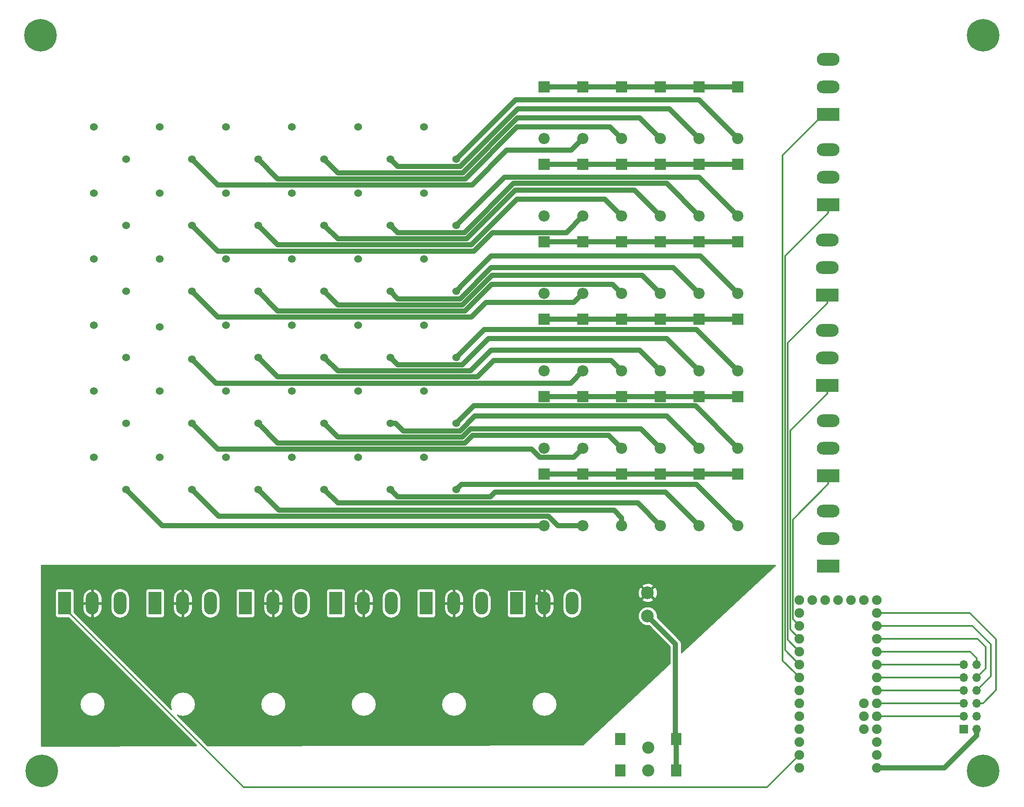
<source format=gbr>
G04 #@! TF.FileFunction,Copper,L2,Bot,Signal*
%FSLAX46Y46*%
G04 Gerber Fmt 4.6, Leading zero omitted, Abs format (unit mm)*
G04 Created by KiCad (PCBNEW 4.0.6) date 05/18/18 15:11:36*
%MOMM*%
%LPD*%
G01*
G04 APERTURE LIST*
%ADD10C,0.100000*%
%ADD11R,2.200000X2.200000*%
%ADD12O,2.200000X2.200000*%
%ADD13C,1.524000*%
%ADD14C,2.400000*%
%ADD15R,2.000000X2.400000*%
%ADD16R,1.700000X1.700000*%
%ADD17O,1.700000X1.700000*%
%ADD18C,6.400000*%
%ADD19C,1.900000*%
%ADD20R,4.500000X2.500000*%
%ADD21O,4.500000X2.500000*%
%ADD22R,2.500000X4.500000*%
%ADD23O,2.500000X4.500000*%
%ADD24C,2.500000*%
%ADD25C,0.600000*%
%ADD26C,1.000000*%
%ADD27C,0.300000*%
%ADD28C,0.254000*%
G04 APERTURE END LIST*
D10*
D11*
X124460000Y-27940000D03*
D12*
X124460000Y-38100000D03*
D11*
X132080000Y-27940000D03*
D12*
X132080000Y-38100000D03*
D11*
X139700000Y-27940000D03*
D12*
X139700000Y-38100000D03*
D11*
X147320000Y-27940000D03*
D12*
X147320000Y-38100000D03*
D11*
X154940000Y-27940000D03*
D12*
X154940000Y-38100000D03*
D11*
X162560000Y-27940000D03*
D12*
X162560000Y-38100000D03*
D11*
X124460000Y-43180000D03*
D12*
X124460000Y-53340000D03*
D11*
X132080000Y-43180000D03*
D12*
X132080000Y-53340000D03*
D11*
X139700000Y-43180000D03*
D12*
X139700000Y-53340000D03*
D11*
X147320000Y-43180000D03*
D12*
X147320000Y-53340000D03*
D11*
X154940000Y-43180000D03*
D12*
X154940000Y-53340000D03*
D11*
X162560000Y-43180000D03*
D12*
X162560000Y-53340000D03*
D11*
X124460000Y-58420000D03*
D12*
X124460000Y-68580000D03*
D11*
X132080000Y-58420000D03*
D12*
X132080000Y-68580000D03*
D11*
X139700000Y-58420000D03*
D12*
X139700000Y-68580000D03*
D11*
X147320000Y-58420000D03*
D12*
X147320000Y-68580000D03*
D11*
X154940000Y-58420000D03*
D12*
X154940000Y-68580000D03*
D11*
X162560000Y-58420000D03*
D12*
X162560000Y-68580000D03*
D11*
X124460000Y-73660000D03*
D12*
X124460000Y-83820000D03*
D11*
X132080000Y-73660000D03*
D12*
X132080000Y-83820000D03*
D11*
X139700000Y-73660000D03*
D12*
X139700000Y-83820000D03*
D11*
X147320000Y-73660000D03*
D12*
X147320000Y-83820000D03*
D11*
X154940000Y-73660000D03*
D12*
X154940000Y-83820000D03*
D11*
X162560000Y-73660000D03*
D12*
X162560000Y-83820000D03*
D11*
X124460000Y-88900000D03*
D12*
X124460000Y-99060000D03*
D11*
X132080000Y-88900000D03*
D12*
X132080000Y-99060000D03*
D11*
X139700000Y-88900000D03*
D12*
X139700000Y-99060000D03*
D11*
X147320000Y-88900000D03*
D12*
X147320000Y-99060000D03*
D11*
X154940000Y-88900000D03*
D12*
X154940000Y-99060000D03*
D11*
X162560000Y-88900000D03*
D12*
X162560000Y-99060000D03*
D11*
X124460000Y-104140000D03*
D12*
X124460000Y-114300000D03*
D11*
X132080000Y-104140000D03*
D12*
X132080000Y-114300000D03*
D11*
X139700000Y-104140000D03*
D12*
X139700000Y-114300000D03*
D11*
X147320000Y-104140000D03*
D12*
X147320000Y-114300000D03*
D11*
X154940000Y-104140000D03*
D12*
X154940000Y-114300000D03*
D11*
X162560000Y-104140000D03*
D12*
X162560000Y-114300000D03*
D13*
X35825000Y-35825000D03*
X42175000Y-42175000D03*
X48825000Y-35825000D03*
X55175000Y-42175000D03*
X61825000Y-35825000D03*
X68175000Y-42175000D03*
X74825000Y-35825000D03*
X81175000Y-42175000D03*
X87825000Y-35825000D03*
X94175000Y-42175000D03*
X100825000Y-35825000D03*
X107175000Y-42175000D03*
X35825000Y-48825000D03*
X42175000Y-55175000D03*
X48825000Y-48825000D03*
X55175000Y-55175000D03*
X61825000Y-48825000D03*
X68175000Y-55175000D03*
X74825000Y-48825000D03*
X81175000Y-55175000D03*
X87825000Y-48825000D03*
X94175000Y-55175000D03*
X100825000Y-48825000D03*
X107175000Y-55175000D03*
X35825000Y-61825000D03*
X42175000Y-68175000D03*
X48825000Y-61825000D03*
X55175000Y-68175000D03*
X61825000Y-61825000D03*
X68175000Y-68175000D03*
X74825000Y-61825000D03*
X81175000Y-68175000D03*
X87825000Y-61825000D03*
X94175000Y-68175000D03*
X100825000Y-61825000D03*
X107175000Y-68175000D03*
X35825000Y-74825000D03*
X42175000Y-81175000D03*
X48825000Y-75187999D03*
X55175000Y-81537999D03*
X61825000Y-74825000D03*
X68175000Y-81175000D03*
X74825000Y-74825000D03*
X81175000Y-81175000D03*
X87825000Y-74825000D03*
X94175000Y-81175000D03*
X100825000Y-74825000D03*
X107175000Y-81175000D03*
X35825000Y-87825000D03*
X42175000Y-94175000D03*
X48825000Y-87825000D03*
X55175000Y-94175000D03*
X61825000Y-87825000D03*
X68175000Y-94175000D03*
X74825000Y-87825000D03*
X81175000Y-94175000D03*
X87825000Y-87825000D03*
X94175000Y-94175000D03*
X100825000Y-87825000D03*
X107175000Y-94175000D03*
X35825000Y-100825000D03*
X42175000Y-107175000D03*
X48825000Y-100825000D03*
X55175000Y-107175000D03*
X61825000Y-100825000D03*
X68175000Y-107175000D03*
X74825000Y-100825000D03*
X81175000Y-107175000D03*
X87825000Y-100825000D03*
X94175000Y-107175000D03*
X100825000Y-100825000D03*
X107175000Y-107175000D03*
D14*
X144881600Y-157988000D03*
D15*
X150381600Y-162488000D03*
X139381600Y-162488000D03*
X150381600Y-156288000D03*
X139381600Y-156288000D03*
D14*
X144881600Y-162488000D03*
D16*
X207010000Y-154305000D03*
D17*
X209550000Y-154305000D03*
X207010000Y-151765000D03*
X209550000Y-151765000D03*
X207010000Y-149225000D03*
X209550000Y-149225000D03*
X207010000Y-146685000D03*
X209550000Y-146685000D03*
X207010000Y-144145000D03*
X209550000Y-144145000D03*
X207010000Y-141605000D03*
X209550000Y-141605000D03*
D18*
X210820000Y-17780000D03*
X25400000Y-17780000D03*
X25654000Y-162560000D03*
X210820000Y-162560000D03*
D19*
X187325000Y-154305000D03*
X187325000Y-151765000D03*
X187325000Y-149225000D03*
X177165000Y-128905000D03*
X179705000Y-128905000D03*
X182245000Y-128905000D03*
X187325000Y-128905000D03*
X184785000Y-128905000D03*
X174625000Y-159385000D03*
X174625000Y-156845000D03*
X174625000Y-154305000D03*
X174625000Y-151765000D03*
X174625000Y-149225000D03*
X174625000Y-146685000D03*
X174625000Y-144145000D03*
X174625000Y-141605000D03*
X174625000Y-139065000D03*
X174625000Y-136525000D03*
X174625000Y-133985000D03*
X174625000Y-131445000D03*
X174625000Y-128905000D03*
X189865000Y-128905000D03*
X189865000Y-131445000D03*
X189865000Y-133985000D03*
X189865000Y-136525000D03*
X189865000Y-139065000D03*
X189865000Y-141605000D03*
X189865000Y-144145000D03*
X189865000Y-146685000D03*
X189865000Y-149225000D03*
X189865000Y-151765000D03*
X189865000Y-154305000D03*
X189865000Y-156845000D03*
X189865000Y-159385000D03*
X189865000Y-161925000D03*
X174625000Y-161925000D03*
D20*
X180340000Y-33390000D03*
D21*
X180340000Y-27940000D03*
X180340000Y-22490000D03*
D20*
X180340000Y-51170000D03*
D21*
X180340000Y-45720000D03*
X180340000Y-40270000D03*
D20*
X180171100Y-68950000D03*
D21*
X180171100Y-63500000D03*
X180171100Y-58050000D03*
D20*
X180171100Y-86730000D03*
D21*
X180171100Y-81280000D03*
X180171100Y-75830000D03*
D20*
X180340000Y-104510000D03*
D21*
X180340000Y-99060000D03*
X180340000Y-93610000D03*
D20*
X180340000Y-122290000D03*
D21*
X180340000Y-116840000D03*
X180340000Y-111390000D03*
D22*
X30110000Y-129540000D03*
D23*
X35560000Y-129540000D03*
X41010000Y-129540000D03*
D22*
X47890000Y-129540000D03*
D23*
X53340000Y-129540000D03*
X58790000Y-129540000D03*
D22*
X65670000Y-129540000D03*
D23*
X71120000Y-129540000D03*
X76570000Y-129540000D03*
D22*
X83450000Y-129540000D03*
D23*
X88900000Y-129540000D03*
X94350000Y-129540000D03*
D22*
X101230000Y-129540000D03*
D23*
X106680000Y-129540000D03*
X112130000Y-129540000D03*
D22*
X119010000Y-129540000D03*
D23*
X124460000Y-129540000D03*
X129910000Y-129540000D03*
D24*
X144780000Y-127508000D03*
X144780000Y-132108000D03*
D25*
X139293600Y-156260800D03*
X139381600Y-162488000D03*
D26*
X154940000Y-27940000D02*
X162560000Y-27940000D01*
X147320000Y-27940000D02*
X154940000Y-27940000D01*
X139700000Y-27940000D02*
X147320000Y-27940000D01*
X132080000Y-27940000D02*
X139700000Y-27940000D01*
X124460000Y-27940000D02*
X132080000Y-27940000D01*
X55175000Y-42175000D02*
X60237030Y-47237030D01*
X60237030Y-47237030D02*
X110242970Y-47237030D01*
X110242970Y-47237030D02*
X117094000Y-40386000D01*
X117094000Y-40386000D02*
X129794000Y-40386000D01*
X129794000Y-40386000D02*
X132080000Y-38100000D01*
X68175000Y-42175000D02*
X72037020Y-46037020D01*
X72037020Y-46037020D02*
X108902981Y-46037019D01*
X108902981Y-46037019D02*
X119126000Y-35814000D01*
X119126000Y-35814000D02*
X137414000Y-35814000D01*
X137414000Y-35814000D02*
X139700000Y-38100000D01*
X81175000Y-42175000D02*
X83837009Y-44837009D01*
X83837009Y-44837009D02*
X108405920Y-44837010D01*
X108405920Y-44837010D02*
X119206930Y-34036000D01*
X119206930Y-34036000D02*
X143256000Y-34036000D01*
X143256000Y-34036000D02*
X147320000Y-38100000D01*
X94175000Y-42175000D02*
X95637001Y-43637001D01*
X95637001Y-43637001D02*
X107908857Y-43637001D01*
X107908857Y-43637001D02*
X119287858Y-32258000D01*
X119287858Y-32258000D02*
X149098000Y-32258000D01*
X149098000Y-32258000D02*
X154940000Y-38100000D01*
X107175000Y-42175000D02*
X118870000Y-30480000D01*
X118870000Y-30480000D02*
X154940000Y-30480000D01*
X154940000Y-30480000D02*
X162560000Y-38100000D01*
X154940000Y-43180000D02*
X162560000Y-43180000D01*
X147320000Y-43180000D02*
X154940000Y-43180000D01*
X139700000Y-43180000D02*
X147320000Y-43180000D01*
X132080000Y-43180000D02*
X139700000Y-43180000D01*
X124460000Y-43180000D02*
X132080000Y-43180000D01*
X179340000Y-45720000D02*
X180340000Y-45720000D01*
X132080000Y-53340000D02*
X128800001Y-56619999D01*
X128800001Y-56619999D02*
X114241071Y-56619999D01*
X114241071Y-56619999D02*
X110624040Y-60237030D01*
X110624040Y-60237030D02*
X60237030Y-60237030D01*
X60237030Y-60237030D02*
X55175000Y-55175000D01*
X68175000Y-55175000D02*
X72037020Y-59037020D01*
X72037020Y-59037020D02*
X110126980Y-59037020D01*
X110126980Y-59037020D02*
X119126000Y-50038000D01*
X119126000Y-50038000D02*
X136398000Y-50038000D01*
X136398000Y-50038000D02*
X139700000Y-53340000D01*
X118791070Y-48260000D02*
X142240000Y-48260000D01*
X142240000Y-48260000D02*
X147320000Y-53340000D01*
X109214060Y-57837010D02*
X118791070Y-48260000D01*
X81175000Y-55175000D02*
X83837011Y-57837011D01*
X83837011Y-57837011D02*
X109214060Y-57837010D01*
X94175000Y-55175000D02*
X95637001Y-56637001D01*
X95637001Y-56637001D02*
X108716999Y-56637001D01*
X108716999Y-56637001D02*
X118433990Y-46920010D01*
X118433990Y-46920010D02*
X148520010Y-46920010D01*
X148520010Y-46920010D02*
X154940000Y-53340000D01*
X154940000Y-45720000D02*
X162560000Y-53340000D01*
X116630000Y-45720000D02*
X154940000Y-45720000D01*
X107175000Y-55175000D02*
X116630000Y-45720000D01*
X132080000Y-58420000D02*
X124460000Y-58420000D01*
X139700000Y-58420000D02*
X132080000Y-58420000D01*
X147320000Y-58420000D02*
X139700000Y-58420000D01*
X154940000Y-58420000D02*
X147320000Y-58420000D01*
X162560000Y-58420000D02*
X154940000Y-58420000D01*
X55175000Y-68175000D02*
X60237031Y-73237031D01*
X60237031Y-73237031D02*
X110150969Y-73237031D01*
X123653998Y-70358000D02*
X123675999Y-70380001D01*
X123675999Y-70380001D02*
X130279999Y-70380001D01*
X110150969Y-73237031D02*
X113030000Y-70358000D01*
X113030000Y-70358000D02*
X123653998Y-70358000D01*
X130279999Y-70380001D02*
X132080000Y-68580000D01*
X139700000Y-68580000D02*
X137899999Y-66779999D01*
X137899999Y-66779999D02*
X114127903Y-66779999D01*
X114127903Y-66779999D02*
X108870881Y-72037021D01*
X108870881Y-72037021D02*
X72037021Y-72037021D01*
X72037021Y-72037021D02*
X68175000Y-68175000D01*
X143764000Y-65024000D02*
X114186832Y-65024000D01*
X114186832Y-65024000D02*
X108373821Y-70837011D01*
X108373821Y-70837011D02*
X83837011Y-70837011D01*
X83837011Y-70837011D02*
X81175000Y-68175000D01*
X147320000Y-68580000D02*
X143764000Y-65024000D01*
X154940000Y-68580000D02*
X149860000Y-63500000D01*
X149860000Y-63500000D02*
X114013762Y-63500000D01*
X114013762Y-63500000D02*
X107876761Y-69637001D01*
X107876761Y-69637001D02*
X95637001Y-69637001D01*
X95637001Y-69637001D02*
X94175000Y-68175000D01*
X114046000Y-61214000D02*
X155194000Y-61214000D01*
X155194000Y-61214000D02*
X162560000Y-68580000D01*
X107936999Y-67323001D02*
X114046000Y-61214000D01*
X107175000Y-68175000D02*
X107936999Y-67413001D01*
X107936999Y-67413001D02*
X107936999Y-67323001D01*
X154940000Y-73660000D02*
X162560000Y-73660000D01*
X147320000Y-73660000D02*
X154940000Y-73660000D01*
X139700000Y-73660000D02*
X147320000Y-73660000D01*
X132080000Y-73660000D02*
X139700000Y-73660000D01*
X124460000Y-73660000D02*
X132080000Y-73660000D01*
X55175000Y-81537999D02*
X59874030Y-86237029D01*
X59874030Y-86237029D02*
X129662971Y-86237029D01*
X129662971Y-86237029D02*
X132080000Y-83820000D01*
X139700000Y-83820000D02*
X137668000Y-81788000D01*
X137668000Y-81788000D02*
X114554000Y-81788000D01*
X114554000Y-81788000D02*
X111304980Y-85037020D01*
X111304980Y-85037020D02*
X72037020Y-85037020D01*
X72037020Y-85037020D02*
X68175000Y-81175000D01*
X81175000Y-81175000D02*
X83837010Y-83837010D01*
X83837010Y-83837010D02*
X109964990Y-83837010D01*
X109964990Y-83837010D02*
X114046000Y-79756000D01*
X114046000Y-79756000D02*
X143256000Y-79756000D01*
X143256000Y-79756000D02*
X147320000Y-83820000D01*
X154940000Y-83820000D02*
X148590000Y-77470000D01*
X148590000Y-77470000D02*
X113538000Y-77470000D01*
X113538000Y-77470000D02*
X108370999Y-82637001D01*
X108370999Y-82637001D02*
X95637001Y-82637001D01*
X95637001Y-82637001D02*
X94175000Y-81175000D01*
X107175000Y-81175000D02*
X112658000Y-75692000D01*
X112658000Y-75692000D02*
X154432000Y-75692000D01*
X154432000Y-75692000D02*
X162560000Y-83820000D01*
X154940000Y-88900000D02*
X162560000Y-88900000D01*
X147320000Y-88900000D02*
X154940000Y-88900000D01*
X139700000Y-88900000D02*
X147320000Y-88900000D01*
X132080000Y-88900000D02*
X139700000Y-88900000D01*
X124460000Y-88900000D02*
X132080000Y-88900000D01*
X55175000Y-94175000D02*
X60237030Y-99237030D01*
X60237030Y-99237030D02*
X121973028Y-99237030D01*
X121973028Y-99237030D02*
X123595999Y-100860001D01*
X123595999Y-100860001D02*
X130279999Y-100860001D01*
X130279999Y-100860001D02*
X132080000Y-99060000D01*
X139700000Y-99060000D02*
X137160000Y-96520000D01*
X137160000Y-96520000D02*
X110387902Y-96520000D01*
X110387902Y-96520000D02*
X108870880Y-98037020D01*
X108870880Y-98037020D02*
X72037020Y-98037020D01*
X72037020Y-98037020D02*
X68175000Y-94175000D01*
X147320000Y-99060000D02*
X143510000Y-95250000D01*
X143510000Y-95250000D02*
X109960832Y-95250000D01*
X109960832Y-95250000D02*
X108373821Y-96837012D01*
X108373821Y-96837012D02*
X83837012Y-96837012D01*
X83837012Y-96837012D02*
X81175000Y-94175000D01*
X154940000Y-99060000D02*
X148590000Y-92710000D01*
X148590000Y-92710000D02*
X110803762Y-92710000D01*
X110803762Y-92710000D02*
X107876761Y-95637001D01*
X107876761Y-95637001D02*
X96714631Y-95637001D01*
X96714631Y-95637001D02*
X95252630Y-94175000D01*
X95252630Y-94175000D02*
X94175000Y-94175000D01*
X107175000Y-94175000D02*
X110649999Y-90700001D01*
X110649999Y-90700001D02*
X154200001Y-90700001D01*
X154200001Y-90700001D02*
X162560000Y-99060000D01*
X154940000Y-104140000D02*
X162560000Y-104140000D01*
X147320000Y-104140000D02*
X154940000Y-104140000D01*
X139700000Y-104140000D02*
X147320000Y-104140000D01*
X132080000Y-104140000D02*
X139700000Y-104140000D01*
X124460000Y-104140000D02*
X132080000Y-104140000D01*
X42175000Y-107175000D02*
X49300000Y-114300000D01*
X49300000Y-114300000D02*
X124460000Y-114300000D01*
X132080000Y-114300000D02*
X127124002Y-114300000D01*
X127124002Y-114300000D02*
X125276012Y-112452010D01*
X125276012Y-112452010D02*
X60452010Y-112452010D01*
X60452010Y-112452010D02*
X55175000Y-107175000D01*
X138207634Y-111252000D02*
X72252000Y-111252000D01*
X72252000Y-111252000D02*
X68175000Y-107175000D01*
X139700000Y-114300000D02*
X139700000Y-112744366D01*
X139700000Y-112744366D02*
X138207634Y-111252000D01*
X147320000Y-114300000D02*
X142857010Y-109837010D01*
X142857010Y-109837010D02*
X83837010Y-109837010D01*
X83837010Y-109837010D02*
X81175000Y-107175000D01*
X148336000Y-107696000D02*
X114808000Y-107696000D01*
X114808000Y-107696000D02*
X113866999Y-108637001D01*
X113866999Y-108637001D02*
X95637001Y-108637001D01*
X95637001Y-108637001D02*
X94175000Y-107175000D01*
X154940000Y-114300000D02*
X148336000Y-107696000D01*
X108178000Y-106172000D02*
X154432000Y-106172000D01*
X154432000Y-106172000D02*
X162560000Y-114300000D01*
X107175000Y-107175000D02*
X108178000Y-106172000D01*
X189865000Y-161925000D02*
X203200000Y-161925000D01*
X203200000Y-161925000D02*
X209550000Y-155575000D01*
X209550000Y-155575000D02*
X209550000Y-154305000D01*
D27*
X189865000Y-151765000D02*
X207010000Y-151765000D01*
X207010000Y-149225000D02*
X205807919Y-149225000D01*
X205807919Y-149225000D02*
X189865000Y-149225000D01*
X209550000Y-141605000D02*
X209550000Y-140402919D01*
X209550000Y-140402919D02*
X208212081Y-139065000D01*
X208212081Y-139065000D02*
X189865000Y-139065000D01*
X189865000Y-146685000D02*
X207010000Y-146685000D01*
X211328000Y-138176000D02*
X211328000Y-142367000D01*
X211328000Y-142367000D02*
X209550000Y-144145000D01*
X209677000Y-136525000D02*
X211328000Y-138176000D01*
X189865000Y-136525000D02*
X209677000Y-136525000D01*
X207010000Y-144145000D02*
X189865000Y-144145000D01*
X212344000Y-137668000D02*
X212344000Y-143891000D01*
X212344000Y-143891000D02*
X209550000Y-146685000D01*
X208661000Y-133985000D02*
X212344000Y-137668000D01*
X189865000Y-133985000D02*
X208661000Y-133985000D01*
X189865000Y-141605000D02*
X207010000Y-141605000D01*
X209550000Y-149225000D02*
X210752081Y-149225000D01*
X210752081Y-149225000D02*
X213360000Y-146617081D01*
X213360000Y-146617081D02*
X213360000Y-136652000D01*
X213360000Y-136652000D02*
X208153000Y-131445000D01*
X208153000Y-131445000D02*
X189865000Y-131445000D01*
X180340000Y-33390000D02*
X179340000Y-33390000D01*
X179340000Y-33390000D02*
X171324959Y-41405041D01*
X171324959Y-41405041D02*
X171324959Y-140844959D01*
X171324959Y-140844959D02*
X173675001Y-143195001D01*
X173675001Y-143195001D02*
X174625000Y-144145000D01*
X174625000Y-141605000D02*
X171824969Y-138804969D01*
X171824969Y-138804969D02*
X171824969Y-61235031D01*
X171824969Y-61235031D02*
X180340000Y-52720000D01*
X180340000Y-52720000D02*
X180340000Y-51170000D01*
X174625000Y-139065000D02*
X172324979Y-136764979D01*
X172324979Y-136764979D02*
X172324979Y-78346121D01*
X172324979Y-78346121D02*
X180171100Y-70500000D01*
X180171100Y-70500000D02*
X180171100Y-68950000D01*
X181171100Y-68950000D02*
X180171100Y-68950000D01*
X174625000Y-136525000D02*
X172824989Y-134724989D01*
X172824989Y-134724989D02*
X172824989Y-95626111D01*
X172824989Y-95626111D02*
X180171100Y-88280000D01*
X180171100Y-88280000D02*
X180171100Y-86730000D01*
X181171100Y-86730000D02*
X180171100Y-86730000D01*
X180340000Y-104510000D02*
X180340000Y-106060000D01*
X180340000Y-106060000D02*
X173324999Y-113075001D01*
X173324999Y-113075001D02*
X173324999Y-132684999D01*
X173324999Y-132684999D02*
X173675001Y-133035001D01*
X173675001Y-133035001D02*
X174625000Y-133985000D01*
X180456000Y-122290000D02*
X180340000Y-122290000D01*
X174625000Y-159385000D02*
X168275000Y-165735000D01*
X168275000Y-165735000D02*
X65305000Y-165735000D01*
X65305000Y-165735000D02*
X30110000Y-130540000D01*
X30110000Y-130540000D02*
X30110000Y-129540000D01*
D26*
X124460000Y-129540000D02*
X124460000Y-128540000D01*
X124460000Y-128540000D02*
X122509999Y-126589999D01*
X122509999Y-126589999D02*
X115222291Y-126589999D01*
X115222291Y-126589999D02*
X114080010Y-127732280D01*
X150381600Y-156288000D02*
X150381600Y-162488000D01*
X150266400Y-156210000D02*
X150280000Y-156196400D01*
X150280000Y-156196400D02*
X150280000Y-137580000D01*
X150280000Y-137580000D02*
X144780000Y-132080000D01*
D28*
G36*
X151415000Y-139260279D02*
X151415000Y-137580000D01*
X151328604Y-137145655D01*
X151082566Y-136777434D01*
X146664757Y-132359625D01*
X146665326Y-131706695D01*
X146378957Y-131013628D01*
X145849161Y-130482907D01*
X145156595Y-130195328D01*
X144406695Y-130194674D01*
X143713628Y-130481043D01*
X143182907Y-131010839D01*
X142895328Y-131703405D01*
X142894674Y-132453305D01*
X143181043Y-133146372D01*
X143710839Y-133677093D01*
X144403405Y-133964672D01*
X145060113Y-133965245D01*
X149145000Y-138050132D01*
X149145000Y-141378946D01*
X132029814Y-157353119D01*
X58209041Y-157528883D01*
X52268072Y-151587914D01*
X52360462Y-151649647D01*
X53292296Y-151835000D01*
X53387704Y-151835000D01*
X54319538Y-151649647D01*
X55109509Y-151121805D01*
X55637351Y-150331834D01*
X55822704Y-149400000D01*
X68637296Y-149400000D01*
X68822649Y-150331834D01*
X69350491Y-151121805D01*
X70140462Y-151649647D01*
X71072296Y-151835000D01*
X71167704Y-151835000D01*
X72099538Y-151649647D01*
X72889509Y-151121805D01*
X73417351Y-150331834D01*
X73602704Y-149400000D01*
X86417296Y-149400000D01*
X86602649Y-150331834D01*
X87130491Y-151121805D01*
X87920462Y-151649647D01*
X88852296Y-151835000D01*
X88947704Y-151835000D01*
X89879538Y-151649647D01*
X90669509Y-151121805D01*
X91197351Y-150331834D01*
X91382704Y-149400000D01*
X104197296Y-149400000D01*
X104382649Y-150331834D01*
X104910491Y-151121805D01*
X105700462Y-151649647D01*
X106632296Y-151835000D01*
X106727704Y-151835000D01*
X107659538Y-151649647D01*
X108449509Y-151121805D01*
X108977351Y-150331834D01*
X109162704Y-149400000D01*
X121977296Y-149400000D01*
X122162649Y-150331834D01*
X122690491Y-151121805D01*
X123480462Y-151649647D01*
X124412296Y-151835000D01*
X124507704Y-151835000D01*
X125439538Y-151649647D01*
X126229509Y-151121805D01*
X126757351Y-150331834D01*
X126942704Y-149400000D01*
X126757351Y-148468166D01*
X126229509Y-147678195D01*
X125439538Y-147150353D01*
X124507704Y-146965000D01*
X124412296Y-146965000D01*
X123480462Y-147150353D01*
X122690491Y-147678195D01*
X122162649Y-148468166D01*
X121977296Y-149400000D01*
X109162704Y-149400000D01*
X108977351Y-148468166D01*
X108449509Y-147678195D01*
X107659538Y-147150353D01*
X106727704Y-146965000D01*
X106632296Y-146965000D01*
X105700462Y-147150353D01*
X104910491Y-147678195D01*
X104382649Y-148468166D01*
X104197296Y-149400000D01*
X91382704Y-149400000D01*
X91197351Y-148468166D01*
X90669509Y-147678195D01*
X89879538Y-147150353D01*
X88947704Y-146965000D01*
X88852296Y-146965000D01*
X87920462Y-147150353D01*
X87130491Y-147678195D01*
X86602649Y-148468166D01*
X86417296Y-149400000D01*
X73602704Y-149400000D01*
X73417351Y-148468166D01*
X72889509Y-147678195D01*
X72099538Y-147150353D01*
X71167704Y-146965000D01*
X71072296Y-146965000D01*
X70140462Y-147150353D01*
X69350491Y-147678195D01*
X68822649Y-148468166D01*
X68637296Y-149400000D01*
X55822704Y-149400000D01*
X55637351Y-148468166D01*
X55109509Y-147678195D01*
X54319538Y-147150353D01*
X53387704Y-146965000D01*
X53292296Y-146965000D01*
X52360462Y-147150353D01*
X51570491Y-147678195D01*
X51042649Y-148468166D01*
X50857296Y-149400000D01*
X51042649Y-150331834D01*
X51104382Y-150424224D01*
X32007440Y-131327282D01*
X32007440Y-129667000D01*
X33675000Y-129667000D01*
X33675000Y-130667000D01*
X33867088Y-131378691D01*
X34316906Y-131962699D01*
X34955974Y-132330114D01*
X35140355Y-132377695D01*
X35433000Y-132261572D01*
X35433000Y-129667000D01*
X35687000Y-129667000D01*
X35687000Y-132261572D01*
X35979645Y-132377695D01*
X36164026Y-132330114D01*
X36803094Y-131962699D01*
X37252912Y-131378691D01*
X37445000Y-130667000D01*
X37445000Y-129667000D01*
X35687000Y-129667000D01*
X35433000Y-129667000D01*
X33675000Y-129667000D01*
X32007440Y-129667000D01*
X32007440Y-128413000D01*
X33675000Y-128413000D01*
X33675000Y-129413000D01*
X35433000Y-129413000D01*
X35433000Y-126818428D01*
X35687000Y-126818428D01*
X35687000Y-129413000D01*
X37445000Y-129413000D01*
X37445000Y-128483480D01*
X39125000Y-128483480D01*
X39125000Y-130596520D01*
X39268487Y-131317878D01*
X39677104Y-131929416D01*
X40288642Y-132338033D01*
X41010000Y-132481520D01*
X41731358Y-132338033D01*
X42342896Y-131929416D01*
X42751513Y-131317878D01*
X42895000Y-130596520D01*
X42895000Y-128483480D01*
X42751513Y-127762122D01*
X42436051Y-127290000D01*
X45992560Y-127290000D01*
X45992560Y-131790000D01*
X46036838Y-132025317D01*
X46175910Y-132241441D01*
X46388110Y-132386431D01*
X46640000Y-132437440D01*
X49140000Y-132437440D01*
X49375317Y-132393162D01*
X49591441Y-132254090D01*
X49736431Y-132041890D01*
X49787440Y-131790000D01*
X49787440Y-129667000D01*
X51455000Y-129667000D01*
X51455000Y-130667000D01*
X51647088Y-131378691D01*
X52096906Y-131962699D01*
X52735974Y-132330114D01*
X52920355Y-132377695D01*
X53213000Y-132261572D01*
X53213000Y-129667000D01*
X53467000Y-129667000D01*
X53467000Y-132261572D01*
X53759645Y-132377695D01*
X53944026Y-132330114D01*
X54583094Y-131962699D01*
X55032912Y-131378691D01*
X55225000Y-130667000D01*
X55225000Y-129667000D01*
X53467000Y-129667000D01*
X53213000Y-129667000D01*
X51455000Y-129667000D01*
X49787440Y-129667000D01*
X49787440Y-128413000D01*
X51455000Y-128413000D01*
X51455000Y-129413000D01*
X53213000Y-129413000D01*
X53213000Y-126818428D01*
X53467000Y-126818428D01*
X53467000Y-129413000D01*
X55225000Y-129413000D01*
X55225000Y-128483480D01*
X56905000Y-128483480D01*
X56905000Y-130596520D01*
X57048487Y-131317878D01*
X57457104Y-131929416D01*
X58068642Y-132338033D01*
X58790000Y-132481520D01*
X59511358Y-132338033D01*
X60122896Y-131929416D01*
X60531513Y-131317878D01*
X60675000Y-130596520D01*
X60675000Y-128483480D01*
X60531513Y-127762122D01*
X60216051Y-127290000D01*
X63772560Y-127290000D01*
X63772560Y-131790000D01*
X63816838Y-132025317D01*
X63955910Y-132241441D01*
X64168110Y-132386431D01*
X64420000Y-132437440D01*
X66920000Y-132437440D01*
X67155317Y-132393162D01*
X67371441Y-132254090D01*
X67516431Y-132041890D01*
X67567440Y-131790000D01*
X67567440Y-129667000D01*
X69235000Y-129667000D01*
X69235000Y-130667000D01*
X69427088Y-131378691D01*
X69876906Y-131962699D01*
X70515974Y-132330114D01*
X70700355Y-132377695D01*
X70993000Y-132261572D01*
X70993000Y-129667000D01*
X71247000Y-129667000D01*
X71247000Y-132261572D01*
X71539645Y-132377695D01*
X71724026Y-132330114D01*
X72363094Y-131962699D01*
X72812912Y-131378691D01*
X73005000Y-130667000D01*
X73005000Y-129667000D01*
X71247000Y-129667000D01*
X70993000Y-129667000D01*
X69235000Y-129667000D01*
X67567440Y-129667000D01*
X67567440Y-128413000D01*
X69235000Y-128413000D01*
X69235000Y-129413000D01*
X70993000Y-129413000D01*
X70993000Y-126818428D01*
X71247000Y-126818428D01*
X71247000Y-129413000D01*
X73005000Y-129413000D01*
X73005000Y-128483480D01*
X74685000Y-128483480D01*
X74685000Y-130596520D01*
X74828487Y-131317878D01*
X75237104Y-131929416D01*
X75848642Y-132338033D01*
X76570000Y-132481520D01*
X77291358Y-132338033D01*
X77902896Y-131929416D01*
X78311513Y-131317878D01*
X78455000Y-130596520D01*
X78455000Y-128483480D01*
X78311513Y-127762122D01*
X77996051Y-127290000D01*
X81552560Y-127290000D01*
X81552560Y-131790000D01*
X81596838Y-132025317D01*
X81735910Y-132241441D01*
X81948110Y-132386431D01*
X82200000Y-132437440D01*
X84700000Y-132437440D01*
X84935317Y-132393162D01*
X85151441Y-132254090D01*
X85296431Y-132041890D01*
X85347440Y-131790000D01*
X85347440Y-129667000D01*
X87015000Y-129667000D01*
X87015000Y-130667000D01*
X87207088Y-131378691D01*
X87656906Y-131962699D01*
X88295974Y-132330114D01*
X88480355Y-132377695D01*
X88773000Y-132261572D01*
X88773000Y-129667000D01*
X89027000Y-129667000D01*
X89027000Y-132261572D01*
X89319645Y-132377695D01*
X89504026Y-132330114D01*
X90143094Y-131962699D01*
X90592912Y-131378691D01*
X90785000Y-130667000D01*
X90785000Y-129667000D01*
X89027000Y-129667000D01*
X88773000Y-129667000D01*
X87015000Y-129667000D01*
X85347440Y-129667000D01*
X85347440Y-128413000D01*
X87015000Y-128413000D01*
X87015000Y-129413000D01*
X88773000Y-129413000D01*
X88773000Y-126818428D01*
X89027000Y-126818428D01*
X89027000Y-129413000D01*
X90785000Y-129413000D01*
X90785000Y-128483480D01*
X92465000Y-128483480D01*
X92465000Y-130596520D01*
X92608487Y-131317878D01*
X93017104Y-131929416D01*
X93628642Y-132338033D01*
X94350000Y-132481520D01*
X95071358Y-132338033D01*
X95682896Y-131929416D01*
X96091513Y-131317878D01*
X96235000Y-130596520D01*
X96235000Y-128483480D01*
X96091513Y-127762122D01*
X95776051Y-127290000D01*
X99332560Y-127290000D01*
X99332560Y-131790000D01*
X99376838Y-132025317D01*
X99515910Y-132241441D01*
X99728110Y-132386431D01*
X99980000Y-132437440D01*
X102480000Y-132437440D01*
X102715317Y-132393162D01*
X102931441Y-132254090D01*
X103076431Y-132041890D01*
X103127440Y-131790000D01*
X103127440Y-129667000D01*
X104795000Y-129667000D01*
X104795000Y-130667000D01*
X104987088Y-131378691D01*
X105436906Y-131962699D01*
X106075974Y-132330114D01*
X106260355Y-132377695D01*
X106553000Y-132261572D01*
X106553000Y-129667000D01*
X106807000Y-129667000D01*
X106807000Y-132261572D01*
X107099645Y-132377695D01*
X107284026Y-132330114D01*
X107923094Y-131962699D01*
X108372912Y-131378691D01*
X108565000Y-130667000D01*
X108565000Y-129667000D01*
X106807000Y-129667000D01*
X106553000Y-129667000D01*
X104795000Y-129667000D01*
X103127440Y-129667000D01*
X103127440Y-128413000D01*
X104795000Y-128413000D01*
X104795000Y-129413000D01*
X106553000Y-129413000D01*
X106553000Y-126818428D01*
X106807000Y-126818428D01*
X106807000Y-129413000D01*
X108565000Y-129413000D01*
X108565000Y-128483480D01*
X110245000Y-128483480D01*
X110245000Y-130596520D01*
X110388487Y-131317878D01*
X110797104Y-131929416D01*
X111408642Y-132338033D01*
X112130000Y-132481520D01*
X112851358Y-132338033D01*
X113462896Y-131929416D01*
X113871513Y-131317878D01*
X114015000Y-130596520D01*
X114015000Y-128483480D01*
X113871513Y-127762122D01*
X113556051Y-127290000D01*
X117112560Y-127290000D01*
X117112560Y-131790000D01*
X117156838Y-132025317D01*
X117295910Y-132241441D01*
X117508110Y-132386431D01*
X117760000Y-132437440D01*
X120260000Y-132437440D01*
X120495317Y-132393162D01*
X120711441Y-132254090D01*
X120856431Y-132041890D01*
X120907440Y-131790000D01*
X120907440Y-129667000D01*
X122575000Y-129667000D01*
X122575000Y-130667000D01*
X122767088Y-131378691D01*
X123216906Y-131962699D01*
X123855974Y-132330114D01*
X124040355Y-132377695D01*
X124333000Y-132261572D01*
X124333000Y-129667000D01*
X124587000Y-129667000D01*
X124587000Y-132261572D01*
X124879645Y-132377695D01*
X125064026Y-132330114D01*
X125703094Y-131962699D01*
X126152912Y-131378691D01*
X126345000Y-130667000D01*
X126345000Y-129667000D01*
X124587000Y-129667000D01*
X124333000Y-129667000D01*
X122575000Y-129667000D01*
X120907440Y-129667000D01*
X120907440Y-128413000D01*
X122575000Y-128413000D01*
X122575000Y-129413000D01*
X124333000Y-129413000D01*
X124333000Y-126818428D01*
X124587000Y-126818428D01*
X124587000Y-129413000D01*
X126345000Y-129413000D01*
X126345000Y-128483480D01*
X128025000Y-128483480D01*
X128025000Y-130596520D01*
X128168487Y-131317878D01*
X128577104Y-131929416D01*
X129188642Y-132338033D01*
X129910000Y-132481520D01*
X130631358Y-132338033D01*
X131242896Y-131929416D01*
X131651513Y-131317878D01*
X131795000Y-130596520D01*
X131795000Y-128813320D01*
X143626285Y-128813320D01*
X143755533Y-129106123D01*
X144455806Y-129374388D01*
X145205435Y-129354250D01*
X145804467Y-129106123D01*
X145933715Y-128813320D01*
X144780000Y-127659605D01*
X143626285Y-128813320D01*
X131795000Y-128813320D01*
X131795000Y-128483480D01*
X131651513Y-127762122D01*
X131246386Y-127155806D01*
X142885612Y-127155806D01*
X142905750Y-127905435D01*
X143153877Y-128504467D01*
X143446680Y-128633715D01*
X144600395Y-127480000D01*
X144959605Y-127480000D01*
X146113320Y-128633715D01*
X146406123Y-128504467D01*
X146674388Y-127804194D01*
X146654250Y-127054565D01*
X146406123Y-126455533D01*
X146113320Y-126326285D01*
X144959605Y-127480000D01*
X144600395Y-127480000D01*
X143446680Y-126326285D01*
X143153877Y-126455533D01*
X142885612Y-127155806D01*
X131246386Y-127155806D01*
X131242896Y-127150584D01*
X130631358Y-126741967D01*
X129910000Y-126598480D01*
X129188642Y-126741967D01*
X128577104Y-127150584D01*
X128168487Y-127762122D01*
X128025000Y-128483480D01*
X126345000Y-128483480D01*
X126345000Y-128413000D01*
X126152912Y-127701309D01*
X125703094Y-127117301D01*
X125064026Y-126749886D01*
X124879645Y-126702305D01*
X124587000Y-126818428D01*
X124333000Y-126818428D01*
X124040355Y-126702305D01*
X123855974Y-126749886D01*
X123216906Y-127117301D01*
X122767088Y-127701309D01*
X122575000Y-128413000D01*
X120907440Y-128413000D01*
X120907440Y-127290000D01*
X120863162Y-127054683D01*
X120724090Y-126838559D01*
X120511890Y-126693569D01*
X120260000Y-126642560D01*
X117760000Y-126642560D01*
X117524683Y-126686838D01*
X117308559Y-126825910D01*
X117163569Y-127038110D01*
X117112560Y-127290000D01*
X113556051Y-127290000D01*
X113462896Y-127150584D01*
X112851358Y-126741967D01*
X112130000Y-126598480D01*
X111408642Y-126741967D01*
X110797104Y-127150584D01*
X110388487Y-127762122D01*
X110245000Y-128483480D01*
X108565000Y-128483480D01*
X108565000Y-128413000D01*
X108372912Y-127701309D01*
X107923094Y-127117301D01*
X107284026Y-126749886D01*
X107099645Y-126702305D01*
X106807000Y-126818428D01*
X106553000Y-126818428D01*
X106260355Y-126702305D01*
X106075974Y-126749886D01*
X105436906Y-127117301D01*
X104987088Y-127701309D01*
X104795000Y-128413000D01*
X103127440Y-128413000D01*
X103127440Y-127290000D01*
X103083162Y-127054683D01*
X102944090Y-126838559D01*
X102731890Y-126693569D01*
X102480000Y-126642560D01*
X99980000Y-126642560D01*
X99744683Y-126686838D01*
X99528559Y-126825910D01*
X99383569Y-127038110D01*
X99332560Y-127290000D01*
X95776051Y-127290000D01*
X95682896Y-127150584D01*
X95071358Y-126741967D01*
X94350000Y-126598480D01*
X93628642Y-126741967D01*
X93017104Y-127150584D01*
X92608487Y-127762122D01*
X92465000Y-128483480D01*
X90785000Y-128483480D01*
X90785000Y-128413000D01*
X90592912Y-127701309D01*
X90143094Y-127117301D01*
X89504026Y-126749886D01*
X89319645Y-126702305D01*
X89027000Y-126818428D01*
X88773000Y-126818428D01*
X88480355Y-126702305D01*
X88295974Y-126749886D01*
X87656906Y-127117301D01*
X87207088Y-127701309D01*
X87015000Y-128413000D01*
X85347440Y-128413000D01*
X85347440Y-127290000D01*
X85303162Y-127054683D01*
X85164090Y-126838559D01*
X84951890Y-126693569D01*
X84700000Y-126642560D01*
X82200000Y-126642560D01*
X81964683Y-126686838D01*
X81748559Y-126825910D01*
X81603569Y-127038110D01*
X81552560Y-127290000D01*
X77996051Y-127290000D01*
X77902896Y-127150584D01*
X77291358Y-126741967D01*
X76570000Y-126598480D01*
X75848642Y-126741967D01*
X75237104Y-127150584D01*
X74828487Y-127762122D01*
X74685000Y-128483480D01*
X73005000Y-128483480D01*
X73005000Y-128413000D01*
X72812912Y-127701309D01*
X72363094Y-127117301D01*
X71724026Y-126749886D01*
X71539645Y-126702305D01*
X71247000Y-126818428D01*
X70993000Y-126818428D01*
X70700355Y-126702305D01*
X70515974Y-126749886D01*
X69876906Y-127117301D01*
X69427088Y-127701309D01*
X69235000Y-128413000D01*
X67567440Y-128413000D01*
X67567440Y-127290000D01*
X67523162Y-127054683D01*
X67384090Y-126838559D01*
X67171890Y-126693569D01*
X66920000Y-126642560D01*
X64420000Y-126642560D01*
X64184683Y-126686838D01*
X63968559Y-126825910D01*
X63823569Y-127038110D01*
X63772560Y-127290000D01*
X60216051Y-127290000D01*
X60122896Y-127150584D01*
X59511358Y-126741967D01*
X58790000Y-126598480D01*
X58068642Y-126741967D01*
X57457104Y-127150584D01*
X57048487Y-127762122D01*
X56905000Y-128483480D01*
X55225000Y-128483480D01*
X55225000Y-128413000D01*
X55032912Y-127701309D01*
X54583094Y-127117301D01*
X53944026Y-126749886D01*
X53759645Y-126702305D01*
X53467000Y-126818428D01*
X53213000Y-126818428D01*
X52920355Y-126702305D01*
X52735974Y-126749886D01*
X52096906Y-127117301D01*
X51647088Y-127701309D01*
X51455000Y-128413000D01*
X49787440Y-128413000D01*
X49787440Y-127290000D01*
X49743162Y-127054683D01*
X49604090Y-126838559D01*
X49391890Y-126693569D01*
X49140000Y-126642560D01*
X46640000Y-126642560D01*
X46404683Y-126686838D01*
X46188559Y-126825910D01*
X46043569Y-127038110D01*
X45992560Y-127290000D01*
X42436051Y-127290000D01*
X42342896Y-127150584D01*
X41731358Y-126741967D01*
X41010000Y-126598480D01*
X40288642Y-126741967D01*
X39677104Y-127150584D01*
X39268487Y-127762122D01*
X39125000Y-128483480D01*
X37445000Y-128483480D01*
X37445000Y-128413000D01*
X37252912Y-127701309D01*
X36803094Y-127117301D01*
X36164026Y-126749886D01*
X35979645Y-126702305D01*
X35687000Y-126818428D01*
X35433000Y-126818428D01*
X35140355Y-126702305D01*
X34955974Y-126749886D01*
X34316906Y-127117301D01*
X33867088Y-127701309D01*
X33675000Y-128413000D01*
X32007440Y-128413000D01*
X32007440Y-127290000D01*
X31963162Y-127054683D01*
X31824090Y-126838559D01*
X31611890Y-126693569D01*
X31360000Y-126642560D01*
X28860000Y-126642560D01*
X28624683Y-126686838D01*
X28408559Y-126825910D01*
X28263569Y-127038110D01*
X28212560Y-127290000D01*
X28212560Y-131790000D01*
X28256838Y-132025317D01*
X28395910Y-132241441D01*
X28608110Y-132386431D01*
X28860000Y-132437440D01*
X30897282Y-132437440D01*
X55993999Y-157534157D01*
X25527000Y-157606697D01*
X25527000Y-149400000D01*
X33077296Y-149400000D01*
X33262649Y-150331834D01*
X33790491Y-151121805D01*
X34580462Y-151649647D01*
X35512296Y-151835000D01*
X35607704Y-151835000D01*
X36539538Y-151649647D01*
X37329509Y-151121805D01*
X37857351Y-150331834D01*
X38042704Y-149400000D01*
X37857351Y-148468166D01*
X37329509Y-147678195D01*
X36539538Y-147150353D01*
X35607704Y-146965000D01*
X35512296Y-146965000D01*
X34580462Y-147150353D01*
X33790491Y-147678195D01*
X33262649Y-148468166D01*
X33077296Y-149400000D01*
X25527000Y-149400000D01*
X25527000Y-126146680D01*
X143626285Y-126146680D01*
X144780000Y-127300395D01*
X145933715Y-126146680D01*
X145804467Y-125853877D01*
X145104194Y-125585612D01*
X144354565Y-125605750D01*
X143755533Y-125853877D01*
X143626285Y-126146680D01*
X25527000Y-126146680D01*
X25527000Y-122047000D01*
X169857799Y-122047000D01*
X151415000Y-139260279D01*
X151415000Y-139260279D01*
G37*
X151415000Y-139260279D02*
X151415000Y-137580000D01*
X151328604Y-137145655D01*
X151082566Y-136777434D01*
X146664757Y-132359625D01*
X146665326Y-131706695D01*
X146378957Y-131013628D01*
X145849161Y-130482907D01*
X145156595Y-130195328D01*
X144406695Y-130194674D01*
X143713628Y-130481043D01*
X143182907Y-131010839D01*
X142895328Y-131703405D01*
X142894674Y-132453305D01*
X143181043Y-133146372D01*
X143710839Y-133677093D01*
X144403405Y-133964672D01*
X145060113Y-133965245D01*
X149145000Y-138050132D01*
X149145000Y-141378946D01*
X132029814Y-157353119D01*
X58209041Y-157528883D01*
X52268072Y-151587914D01*
X52360462Y-151649647D01*
X53292296Y-151835000D01*
X53387704Y-151835000D01*
X54319538Y-151649647D01*
X55109509Y-151121805D01*
X55637351Y-150331834D01*
X55822704Y-149400000D01*
X68637296Y-149400000D01*
X68822649Y-150331834D01*
X69350491Y-151121805D01*
X70140462Y-151649647D01*
X71072296Y-151835000D01*
X71167704Y-151835000D01*
X72099538Y-151649647D01*
X72889509Y-151121805D01*
X73417351Y-150331834D01*
X73602704Y-149400000D01*
X86417296Y-149400000D01*
X86602649Y-150331834D01*
X87130491Y-151121805D01*
X87920462Y-151649647D01*
X88852296Y-151835000D01*
X88947704Y-151835000D01*
X89879538Y-151649647D01*
X90669509Y-151121805D01*
X91197351Y-150331834D01*
X91382704Y-149400000D01*
X104197296Y-149400000D01*
X104382649Y-150331834D01*
X104910491Y-151121805D01*
X105700462Y-151649647D01*
X106632296Y-151835000D01*
X106727704Y-151835000D01*
X107659538Y-151649647D01*
X108449509Y-151121805D01*
X108977351Y-150331834D01*
X109162704Y-149400000D01*
X121977296Y-149400000D01*
X122162649Y-150331834D01*
X122690491Y-151121805D01*
X123480462Y-151649647D01*
X124412296Y-151835000D01*
X124507704Y-151835000D01*
X125439538Y-151649647D01*
X126229509Y-151121805D01*
X126757351Y-150331834D01*
X126942704Y-149400000D01*
X126757351Y-148468166D01*
X126229509Y-147678195D01*
X125439538Y-147150353D01*
X124507704Y-146965000D01*
X124412296Y-146965000D01*
X123480462Y-147150353D01*
X122690491Y-147678195D01*
X122162649Y-148468166D01*
X121977296Y-149400000D01*
X109162704Y-149400000D01*
X108977351Y-148468166D01*
X108449509Y-147678195D01*
X107659538Y-147150353D01*
X106727704Y-146965000D01*
X106632296Y-146965000D01*
X105700462Y-147150353D01*
X104910491Y-147678195D01*
X104382649Y-148468166D01*
X104197296Y-149400000D01*
X91382704Y-149400000D01*
X91197351Y-148468166D01*
X90669509Y-147678195D01*
X89879538Y-147150353D01*
X88947704Y-146965000D01*
X88852296Y-146965000D01*
X87920462Y-147150353D01*
X87130491Y-147678195D01*
X86602649Y-148468166D01*
X86417296Y-149400000D01*
X73602704Y-149400000D01*
X73417351Y-148468166D01*
X72889509Y-147678195D01*
X72099538Y-147150353D01*
X71167704Y-146965000D01*
X71072296Y-146965000D01*
X70140462Y-147150353D01*
X69350491Y-147678195D01*
X68822649Y-148468166D01*
X68637296Y-149400000D01*
X55822704Y-149400000D01*
X55637351Y-148468166D01*
X55109509Y-147678195D01*
X54319538Y-147150353D01*
X53387704Y-146965000D01*
X53292296Y-146965000D01*
X52360462Y-147150353D01*
X51570491Y-147678195D01*
X51042649Y-148468166D01*
X50857296Y-149400000D01*
X51042649Y-150331834D01*
X51104382Y-150424224D01*
X32007440Y-131327282D01*
X32007440Y-129667000D01*
X33675000Y-129667000D01*
X33675000Y-130667000D01*
X33867088Y-131378691D01*
X34316906Y-131962699D01*
X34955974Y-132330114D01*
X35140355Y-132377695D01*
X35433000Y-132261572D01*
X35433000Y-129667000D01*
X35687000Y-129667000D01*
X35687000Y-132261572D01*
X35979645Y-132377695D01*
X36164026Y-132330114D01*
X36803094Y-131962699D01*
X37252912Y-131378691D01*
X37445000Y-130667000D01*
X37445000Y-129667000D01*
X35687000Y-129667000D01*
X35433000Y-129667000D01*
X33675000Y-129667000D01*
X32007440Y-129667000D01*
X32007440Y-128413000D01*
X33675000Y-128413000D01*
X33675000Y-129413000D01*
X35433000Y-129413000D01*
X35433000Y-126818428D01*
X35687000Y-126818428D01*
X35687000Y-129413000D01*
X37445000Y-129413000D01*
X37445000Y-128483480D01*
X39125000Y-128483480D01*
X39125000Y-130596520D01*
X39268487Y-131317878D01*
X39677104Y-131929416D01*
X40288642Y-132338033D01*
X41010000Y-132481520D01*
X41731358Y-132338033D01*
X42342896Y-131929416D01*
X42751513Y-131317878D01*
X42895000Y-130596520D01*
X42895000Y-128483480D01*
X42751513Y-127762122D01*
X42436051Y-127290000D01*
X45992560Y-127290000D01*
X45992560Y-131790000D01*
X46036838Y-132025317D01*
X46175910Y-132241441D01*
X46388110Y-132386431D01*
X46640000Y-132437440D01*
X49140000Y-132437440D01*
X49375317Y-132393162D01*
X49591441Y-132254090D01*
X49736431Y-132041890D01*
X49787440Y-131790000D01*
X49787440Y-129667000D01*
X51455000Y-129667000D01*
X51455000Y-130667000D01*
X51647088Y-131378691D01*
X52096906Y-131962699D01*
X52735974Y-132330114D01*
X52920355Y-132377695D01*
X53213000Y-132261572D01*
X53213000Y-129667000D01*
X53467000Y-129667000D01*
X53467000Y-132261572D01*
X53759645Y-132377695D01*
X53944026Y-132330114D01*
X54583094Y-131962699D01*
X55032912Y-131378691D01*
X55225000Y-130667000D01*
X55225000Y-129667000D01*
X53467000Y-129667000D01*
X53213000Y-129667000D01*
X51455000Y-129667000D01*
X49787440Y-129667000D01*
X49787440Y-128413000D01*
X51455000Y-128413000D01*
X51455000Y-129413000D01*
X53213000Y-129413000D01*
X53213000Y-126818428D01*
X53467000Y-126818428D01*
X53467000Y-129413000D01*
X55225000Y-129413000D01*
X55225000Y-128483480D01*
X56905000Y-128483480D01*
X56905000Y-130596520D01*
X57048487Y-131317878D01*
X57457104Y-131929416D01*
X58068642Y-132338033D01*
X58790000Y-132481520D01*
X59511358Y-132338033D01*
X60122896Y-131929416D01*
X60531513Y-131317878D01*
X60675000Y-130596520D01*
X60675000Y-128483480D01*
X60531513Y-127762122D01*
X60216051Y-127290000D01*
X63772560Y-127290000D01*
X63772560Y-131790000D01*
X63816838Y-132025317D01*
X63955910Y-132241441D01*
X64168110Y-132386431D01*
X64420000Y-132437440D01*
X66920000Y-132437440D01*
X67155317Y-132393162D01*
X67371441Y-132254090D01*
X67516431Y-132041890D01*
X67567440Y-131790000D01*
X67567440Y-129667000D01*
X69235000Y-129667000D01*
X69235000Y-130667000D01*
X69427088Y-131378691D01*
X69876906Y-131962699D01*
X70515974Y-132330114D01*
X70700355Y-132377695D01*
X70993000Y-132261572D01*
X70993000Y-129667000D01*
X71247000Y-129667000D01*
X71247000Y-132261572D01*
X71539645Y-132377695D01*
X71724026Y-132330114D01*
X72363094Y-131962699D01*
X72812912Y-131378691D01*
X73005000Y-130667000D01*
X73005000Y-129667000D01*
X71247000Y-129667000D01*
X70993000Y-129667000D01*
X69235000Y-129667000D01*
X67567440Y-129667000D01*
X67567440Y-128413000D01*
X69235000Y-128413000D01*
X69235000Y-129413000D01*
X70993000Y-129413000D01*
X70993000Y-126818428D01*
X71247000Y-126818428D01*
X71247000Y-129413000D01*
X73005000Y-129413000D01*
X73005000Y-128483480D01*
X74685000Y-128483480D01*
X74685000Y-130596520D01*
X74828487Y-131317878D01*
X75237104Y-131929416D01*
X75848642Y-132338033D01*
X76570000Y-132481520D01*
X77291358Y-132338033D01*
X77902896Y-131929416D01*
X78311513Y-131317878D01*
X78455000Y-130596520D01*
X78455000Y-128483480D01*
X78311513Y-127762122D01*
X77996051Y-127290000D01*
X81552560Y-127290000D01*
X81552560Y-131790000D01*
X81596838Y-132025317D01*
X81735910Y-132241441D01*
X81948110Y-132386431D01*
X82200000Y-132437440D01*
X84700000Y-132437440D01*
X84935317Y-132393162D01*
X85151441Y-132254090D01*
X85296431Y-132041890D01*
X85347440Y-131790000D01*
X85347440Y-129667000D01*
X87015000Y-129667000D01*
X87015000Y-130667000D01*
X87207088Y-131378691D01*
X87656906Y-131962699D01*
X88295974Y-132330114D01*
X88480355Y-132377695D01*
X88773000Y-132261572D01*
X88773000Y-129667000D01*
X89027000Y-129667000D01*
X89027000Y-132261572D01*
X89319645Y-132377695D01*
X89504026Y-132330114D01*
X90143094Y-131962699D01*
X90592912Y-131378691D01*
X90785000Y-130667000D01*
X90785000Y-129667000D01*
X89027000Y-129667000D01*
X88773000Y-129667000D01*
X87015000Y-129667000D01*
X85347440Y-129667000D01*
X85347440Y-128413000D01*
X87015000Y-128413000D01*
X87015000Y-129413000D01*
X88773000Y-129413000D01*
X88773000Y-126818428D01*
X89027000Y-126818428D01*
X89027000Y-129413000D01*
X90785000Y-129413000D01*
X90785000Y-128483480D01*
X92465000Y-128483480D01*
X92465000Y-130596520D01*
X92608487Y-131317878D01*
X93017104Y-131929416D01*
X93628642Y-132338033D01*
X94350000Y-132481520D01*
X95071358Y-132338033D01*
X95682896Y-131929416D01*
X96091513Y-131317878D01*
X96235000Y-130596520D01*
X96235000Y-128483480D01*
X96091513Y-127762122D01*
X95776051Y-127290000D01*
X99332560Y-127290000D01*
X99332560Y-131790000D01*
X99376838Y-132025317D01*
X99515910Y-132241441D01*
X99728110Y-132386431D01*
X99980000Y-132437440D01*
X102480000Y-132437440D01*
X102715317Y-132393162D01*
X102931441Y-132254090D01*
X103076431Y-132041890D01*
X103127440Y-131790000D01*
X103127440Y-129667000D01*
X104795000Y-129667000D01*
X104795000Y-130667000D01*
X104987088Y-131378691D01*
X105436906Y-131962699D01*
X106075974Y-132330114D01*
X106260355Y-132377695D01*
X106553000Y-132261572D01*
X106553000Y-129667000D01*
X106807000Y-129667000D01*
X106807000Y-132261572D01*
X107099645Y-132377695D01*
X107284026Y-132330114D01*
X107923094Y-131962699D01*
X108372912Y-131378691D01*
X108565000Y-130667000D01*
X108565000Y-129667000D01*
X106807000Y-129667000D01*
X106553000Y-129667000D01*
X104795000Y-129667000D01*
X103127440Y-129667000D01*
X103127440Y-128413000D01*
X104795000Y-128413000D01*
X104795000Y-129413000D01*
X106553000Y-129413000D01*
X106553000Y-126818428D01*
X106807000Y-126818428D01*
X106807000Y-129413000D01*
X108565000Y-129413000D01*
X108565000Y-128483480D01*
X110245000Y-128483480D01*
X110245000Y-130596520D01*
X110388487Y-131317878D01*
X110797104Y-131929416D01*
X111408642Y-132338033D01*
X112130000Y-132481520D01*
X112851358Y-132338033D01*
X113462896Y-131929416D01*
X113871513Y-131317878D01*
X114015000Y-130596520D01*
X114015000Y-128483480D01*
X113871513Y-127762122D01*
X113556051Y-127290000D01*
X117112560Y-127290000D01*
X117112560Y-131790000D01*
X117156838Y-132025317D01*
X117295910Y-132241441D01*
X117508110Y-132386431D01*
X117760000Y-132437440D01*
X120260000Y-132437440D01*
X120495317Y-132393162D01*
X120711441Y-132254090D01*
X120856431Y-132041890D01*
X120907440Y-131790000D01*
X120907440Y-129667000D01*
X122575000Y-129667000D01*
X122575000Y-130667000D01*
X122767088Y-131378691D01*
X123216906Y-131962699D01*
X123855974Y-132330114D01*
X124040355Y-132377695D01*
X124333000Y-132261572D01*
X124333000Y-129667000D01*
X124587000Y-129667000D01*
X124587000Y-132261572D01*
X124879645Y-132377695D01*
X125064026Y-132330114D01*
X125703094Y-131962699D01*
X126152912Y-131378691D01*
X126345000Y-130667000D01*
X126345000Y-129667000D01*
X124587000Y-129667000D01*
X124333000Y-129667000D01*
X122575000Y-129667000D01*
X120907440Y-129667000D01*
X120907440Y-128413000D01*
X122575000Y-128413000D01*
X122575000Y-129413000D01*
X124333000Y-129413000D01*
X124333000Y-126818428D01*
X124587000Y-126818428D01*
X124587000Y-129413000D01*
X126345000Y-129413000D01*
X126345000Y-128483480D01*
X128025000Y-128483480D01*
X128025000Y-130596520D01*
X128168487Y-131317878D01*
X128577104Y-131929416D01*
X129188642Y-132338033D01*
X129910000Y-132481520D01*
X130631358Y-132338033D01*
X131242896Y-131929416D01*
X131651513Y-131317878D01*
X131795000Y-130596520D01*
X131795000Y-128813320D01*
X143626285Y-128813320D01*
X143755533Y-129106123D01*
X144455806Y-129374388D01*
X145205435Y-129354250D01*
X145804467Y-129106123D01*
X145933715Y-128813320D01*
X144780000Y-127659605D01*
X143626285Y-128813320D01*
X131795000Y-128813320D01*
X131795000Y-128483480D01*
X131651513Y-127762122D01*
X131246386Y-127155806D01*
X142885612Y-127155806D01*
X142905750Y-127905435D01*
X143153877Y-128504467D01*
X143446680Y-128633715D01*
X144600395Y-127480000D01*
X144959605Y-127480000D01*
X146113320Y-128633715D01*
X146406123Y-128504467D01*
X146674388Y-127804194D01*
X146654250Y-127054565D01*
X146406123Y-126455533D01*
X146113320Y-126326285D01*
X144959605Y-127480000D01*
X144600395Y-127480000D01*
X143446680Y-126326285D01*
X143153877Y-126455533D01*
X142885612Y-127155806D01*
X131246386Y-127155806D01*
X131242896Y-127150584D01*
X130631358Y-126741967D01*
X129910000Y-126598480D01*
X129188642Y-126741967D01*
X128577104Y-127150584D01*
X128168487Y-127762122D01*
X128025000Y-128483480D01*
X126345000Y-128483480D01*
X126345000Y-128413000D01*
X126152912Y-127701309D01*
X125703094Y-127117301D01*
X125064026Y-126749886D01*
X124879645Y-126702305D01*
X124587000Y-126818428D01*
X124333000Y-126818428D01*
X124040355Y-126702305D01*
X123855974Y-126749886D01*
X123216906Y-127117301D01*
X122767088Y-127701309D01*
X122575000Y-128413000D01*
X120907440Y-128413000D01*
X120907440Y-127290000D01*
X120863162Y-127054683D01*
X120724090Y-126838559D01*
X120511890Y-126693569D01*
X120260000Y-126642560D01*
X117760000Y-126642560D01*
X117524683Y-126686838D01*
X117308559Y-126825910D01*
X117163569Y-127038110D01*
X117112560Y-127290000D01*
X113556051Y-127290000D01*
X113462896Y-127150584D01*
X112851358Y-126741967D01*
X112130000Y-126598480D01*
X111408642Y-126741967D01*
X110797104Y-127150584D01*
X110388487Y-127762122D01*
X110245000Y-128483480D01*
X108565000Y-128483480D01*
X108565000Y-128413000D01*
X108372912Y-127701309D01*
X107923094Y-127117301D01*
X107284026Y-126749886D01*
X107099645Y-126702305D01*
X106807000Y-126818428D01*
X106553000Y-126818428D01*
X106260355Y-126702305D01*
X106075974Y-126749886D01*
X105436906Y-127117301D01*
X104987088Y-127701309D01*
X104795000Y-128413000D01*
X103127440Y-128413000D01*
X103127440Y-127290000D01*
X103083162Y-127054683D01*
X102944090Y-126838559D01*
X102731890Y-126693569D01*
X102480000Y-126642560D01*
X99980000Y-126642560D01*
X99744683Y-126686838D01*
X99528559Y-126825910D01*
X99383569Y-127038110D01*
X99332560Y-127290000D01*
X95776051Y-127290000D01*
X95682896Y-127150584D01*
X95071358Y-126741967D01*
X94350000Y-126598480D01*
X93628642Y-126741967D01*
X93017104Y-127150584D01*
X92608487Y-127762122D01*
X92465000Y-128483480D01*
X90785000Y-128483480D01*
X90785000Y-128413000D01*
X90592912Y-127701309D01*
X90143094Y-127117301D01*
X89504026Y-126749886D01*
X89319645Y-126702305D01*
X89027000Y-126818428D01*
X88773000Y-126818428D01*
X88480355Y-126702305D01*
X88295974Y-126749886D01*
X87656906Y-127117301D01*
X87207088Y-127701309D01*
X87015000Y-128413000D01*
X85347440Y-128413000D01*
X85347440Y-127290000D01*
X85303162Y-127054683D01*
X85164090Y-126838559D01*
X84951890Y-126693569D01*
X84700000Y-126642560D01*
X82200000Y-126642560D01*
X81964683Y-126686838D01*
X81748559Y-126825910D01*
X81603569Y-127038110D01*
X81552560Y-127290000D01*
X77996051Y-127290000D01*
X77902896Y-127150584D01*
X77291358Y-126741967D01*
X76570000Y-126598480D01*
X75848642Y-126741967D01*
X75237104Y-127150584D01*
X74828487Y-127762122D01*
X74685000Y-128483480D01*
X73005000Y-128483480D01*
X73005000Y-128413000D01*
X72812912Y-127701309D01*
X72363094Y-127117301D01*
X71724026Y-126749886D01*
X71539645Y-126702305D01*
X71247000Y-126818428D01*
X70993000Y-126818428D01*
X70700355Y-126702305D01*
X70515974Y-126749886D01*
X69876906Y-127117301D01*
X69427088Y-127701309D01*
X69235000Y-128413000D01*
X67567440Y-128413000D01*
X67567440Y-127290000D01*
X67523162Y-127054683D01*
X67384090Y-126838559D01*
X67171890Y-126693569D01*
X66920000Y-126642560D01*
X64420000Y-126642560D01*
X64184683Y-126686838D01*
X63968559Y-126825910D01*
X63823569Y-127038110D01*
X63772560Y-127290000D01*
X60216051Y-127290000D01*
X60122896Y-127150584D01*
X59511358Y-126741967D01*
X58790000Y-126598480D01*
X58068642Y-126741967D01*
X57457104Y-127150584D01*
X57048487Y-127762122D01*
X56905000Y-128483480D01*
X55225000Y-128483480D01*
X55225000Y-128413000D01*
X55032912Y-127701309D01*
X54583094Y-127117301D01*
X53944026Y-126749886D01*
X53759645Y-126702305D01*
X53467000Y-126818428D01*
X53213000Y-126818428D01*
X52920355Y-126702305D01*
X52735974Y-126749886D01*
X52096906Y-127117301D01*
X51647088Y-127701309D01*
X51455000Y-128413000D01*
X49787440Y-128413000D01*
X49787440Y-127290000D01*
X49743162Y-127054683D01*
X49604090Y-126838559D01*
X49391890Y-126693569D01*
X49140000Y-126642560D01*
X46640000Y-126642560D01*
X46404683Y-126686838D01*
X46188559Y-126825910D01*
X46043569Y-127038110D01*
X45992560Y-127290000D01*
X42436051Y-127290000D01*
X42342896Y-127150584D01*
X41731358Y-126741967D01*
X41010000Y-126598480D01*
X40288642Y-126741967D01*
X39677104Y-127150584D01*
X39268487Y-127762122D01*
X39125000Y-128483480D01*
X37445000Y-128483480D01*
X37445000Y-128413000D01*
X37252912Y-127701309D01*
X36803094Y-127117301D01*
X36164026Y-126749886D01*
X35979645Y-126702305D01*
X35687000Y-126818428D01*
X35433000Y-126818428D01*
X35140355Y-126702305D01*
X34955974Y-126749886D01*
X34316906Y-127117301D01*
X33867088Y-127701309D01*
X33675000Y-128413000D01*
X32007440Y-128413000D01*
X32007440Y-127290000D01*
X31963162Y-127054683D01*
X31824090Y-126838559D01*
X31611890Y-126693569D01*
X31360000Y-126642560D01*
X28860000Y-126642560D01*
X28624683Y-126686838D01*
X28408559Y-126825910D01*
X28263569Y-127038110D01*
X28212560Y-127290000D01*
X28212560Y-131790000D01*
X28256838Y-132025317D01*
X28395910Y-132241441D01*
X28608110Y-132386431D01*
X28860000Y-132437440D01*
X30897282Y-132437440D01*
X55993999Y-157534157D01*
X25527000Y-157606697D01*
X25527000Y-149400000D01*
X33077296Y-149400000D01*
X33262649Y-150331834D01*
X33790491Y-151121805D01*
X34580462Y-151649647D01*
X35512296Y-151835000D01*
X35607704Y-151835000D01*
X36539538Y-151649647D01*
X37329509Y-151121805D01*
X37857351Y-150331834D01*
X38042704Y-149400000D01*
X37857351Y-148468166D01*
X37329509Y-147678195D01*
X36539538Y-147150353D01*
X35607704Y-146965000D01*
X35512296Y-146965000D01*
X34580462Y-147150353D01*
X33790491Y-147678195D01*
X33262649Y-148468166D01*
X33077296Y-149400000D01*
X25527000Y-149400000D01*
X25527000Y-126146680D01*
X143626285Y-126146680D01*
X144780000Y-127300395D01*
X145933715Y-126146680D01*
X145804467Y-125853877D01*
X145104194Y-125585612D01*
X144354565Y-125605750D01*
X143755533Y-125853877D01*
X143626285Y-126146680D01*
X25527000Y-126146680D01*
X25527000Y-122047000D01*
X169857799Y-122047000D01*
X151415000Y-139260279D01*
M02*

</source>
